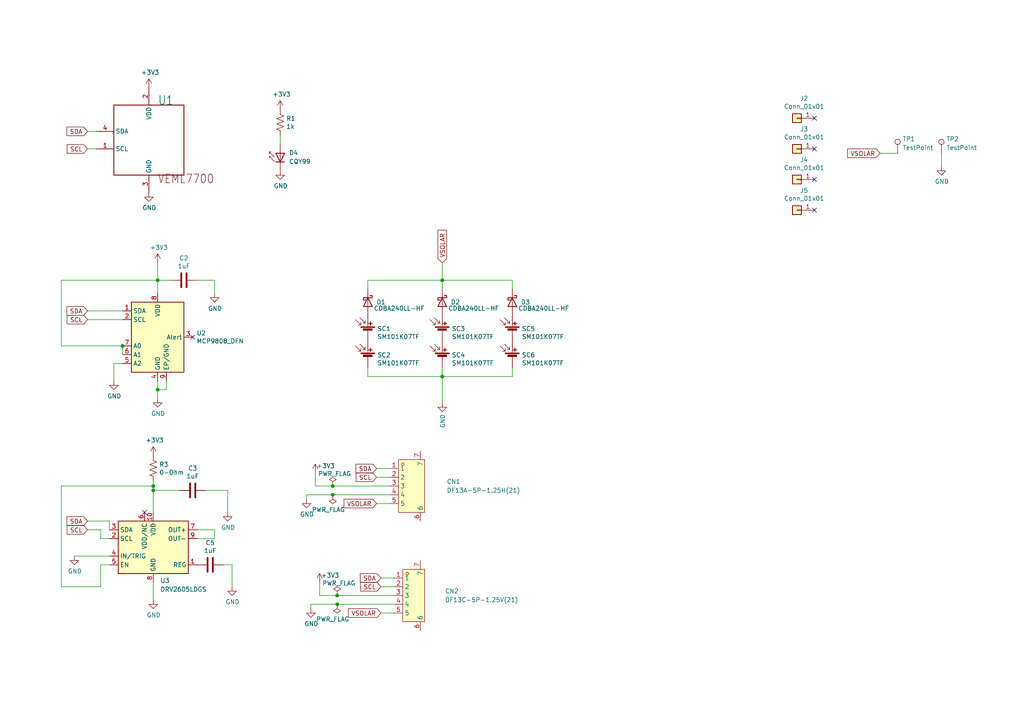
<source format=kicad_sch>
(kicad_sch (version 20250114) (generator "eeschema") (generator_version "9.0")
  (paper "A4")
  (title_block (title "XY Solar Panel Board") (date "2023-03-19") (rev "V3") (company "CPP BroncoSpace"))
  (lib_symbols
    (symbol "Adafruit VEML7700-eagle-import:VEML7700"
      (property "Reference" "IC" (at 2.54 10.16 0))
      (symbol "VEML7700_1_0"
        (polyline (pts (xy -10.16 10.16) (xy 10.16 10.16)) (stroke (width 0.254)))
        (polyline (pts (xy -10.16 -10.16) (xy -10.16 10.16)) (stroke (width 0.254)))
        (polyline (pts (xy 10.16 10.16) (xy 10.16 -10.16)) (stroke (width 0.254)))
        (polyline (pts (xy 10.16 -10.16) (xy -10.16 -10.16)) (stroke (width 0.254)))
        (text "VEML7700" (at 2.54 -12.7 0) (effects (font (size 2.54 2.159)) (justify left bottom)))
        (pin bidirectional line (at -15.24 2.54 0) (length 5.08) (name "SDA") (number "4"))
        (pin bidirectional line (at -15.24 -2.54 0) (length 5.08) (name "SCL") (number "1"))
        (pin power_in line (at 0 15.24 270) (length 5.08) (name "VDD") (number "2"))
        (pin power_in line (at 0 -15.24 90) (length 5.08) (name "GND") (number "3"))
      )
    )
    (symbol "Connector:TestPoint" (pin_numbers (hide yes)) (pin_names (offset 0.762) (hide yes))
      (property "Reference" "TP" (at 0 6.858 0))
      (property "Value" "TestPoint" (at 0 5.08 0))
      (symbol "TestPoint_0_1"
        (circle (center 0 3.302) (radius 0.762))
      )
      (symbol "TestPoint_1_1"
        (pin passive line (at 0 0 90) (length 2.54) (name "1") (number "1"))
      )
    )
    (symbol "Connector_Generic:Conn_01x01" (pin_names (offset 1.016) (hide yes))
      (property "Reference" "J" (at 0 2.54 0))
      (property "Value" "Conn_01x01" (at 0 -2.54 0))
      (symbol "Conn_01x01_1_1"
        (rectangle (start -1.27 1.27) (end 1.27 -1.27) (stroke (width 0.254)) (fill (type background)))
        (rectangle (start -1.27 0.127) (end 0 -0.127) (stroke (width 0.1524)))
        (pin passive line (at -5.08 0 0) (length 3.81) (name "Pin_1") (number "1"))
      )
    )
    (symbol "Device:C" (pin_numbers (hide yes)) (pin_names (offset 0.254))
      (property "Reference" "C" (at 0.635 2.54 0))
      (property "Value" "C" (at 0.635 -2.54 0))
      (symbol "C_0_1"
        (polyline (pts (xy -2.032 0.762) (xy 2.032 0.762)) (stroke (width 0.508)))
        (polyline (pts (xy -2.032 -0.762) (xy 2.032 -0.762)) (stroke (width 0.508)))
      )
      (symbol "C_1_1"
        (pin passive line (at 0 3.81 270) (length 2.794) (name "~") (number "1"))
        (pin passive line (at 0 -3.81 90) (length 2.794) (name "~") (number "2"))
      )
    )
    (symbol "Device:D_Schottky" (pin_numbers (hide yes)) (pin_names (offset 1.016) (hide yes))
      (property "Reference" "D" (at 0 2.54 0))
      (property "Value" "D_Schottky" (at 0 -2.54 0))
      (symbol "D_Schottky_0_1"
        (polyline (pts (xy -1.905 0.635) (xy -1.905 1.27) (xy -1.27 1.27) (xy -1.27 -1.27) (xy -0.635 -1.27) (xy -0.635 -0.635)) (stroke (width 0.254)))
        (polyline (pts (xy 1.27 1.27) (xy 1.27 -1.27) (xy -1.27 0) (xy 1.27 1.27)) (stroke (width 0.254)))
        (polyline (pts (xy 1.27 0) (xy -1.27 0)))
      )
      (symbol "D_Schottky_1_1"
        (pin passive line (at -3.81 0 0) (length 2.54) (name "K") (number "1"))
        (pin passive line (at 3.81 0 180) (length 2.54) (name "A") (number "2"))
      )
    )
    (symbol "Device:R_US" (pin_numbers (hide yes)) (pin_names (offset 0))
      (property "Reference" "R" (at 2.54 0 90))
      (property "Value" "R_US" (at -2.54 0 90))
      (symbol "R_US_0_1"
        (polyline (pts (xy 0 2.286) (xy 0 2.54)))
        (polyline (pts (xy 0 2.286) (xy 1.016 1.905) (xy 0 1.524) (xy -1.016 1.143) (xy 0 0.762)))
        (polyline (pts (xy 0 0.762) (xy 1.016 0.381) (xy 0 0) (xy -1.016 -0.381) (xy 0 -0.762)))
        (polyline (pts (xy 0 -0.762) (xy 1.016 -1.143) (xy 0 -1.524) (xy -1.016 -1.905) (xy 0 -2.286)))
        (polyline (pts (xy 0 -2.286) (xy 0 -2.54)))
      )
      (symbol "R_US_1_1"
        (pin passive line (at 0 3.81 270) (length 1.27) (name "~") (number "1"))
        (pin passive line (at 0 -3.81 90) (length 1.27) (name "~") (number "2"))
      )
    )
    (symbol "Device:Solar_Cell" (pin_numbers (hide yes)) (pin_names (offset 0) (hide yes))
      (property "Reference" "SC" (at 2.54 2.54 0))
      (property "Value" "Solar_Cell" (at 2.54 0 0))
      (symbol "Solar_Cell_0_1"
        (polyline (pts (xy -2.032 3.048) (xy -2.032 2.286) (xy -2.794 2.286)))
        (polyline (pts (xy -2.032 2.286) (xy -3.556 3.81)))
        (rectangle (start -2.032 1.778) (end 2.032 1.524) (fill (type outline)))
        (rectangle (start -1.3208 1.1938) (end 1.27 0.6858) (fill (type outline)))
        (polyline (pts (xy -0.762 3.556) (xy -0.762 2.794) (xy -1.524 2.794)))
        (polyline (pts (xy -0.762 2.794) (xy -2.286 4.318)))
        (polyline (pts (xy 0 1.778) (xy 0 2.54)))
        (polyline (pts (xy 0 0.762) (xy 0 0)))
        (polyline (pts (xy 0.254 2.667) (xy 1.27 2.667)) (stroke (width 0.254)))
        (polyline (pts (xy 0.762 3.175) (xy 0.762 2.159)) (stroke (width 0.254)))
      )
      (symbol "Solar_Cell_1_1"
        (pin passive line (at 0 5.08 270) (length 2.54) (name "+") (number "1"))
        (pin passive line (at 0 -2.54 90) (length 2.54) (name "-") (number "2"))
      )
    )
    (symbol "Driver_Haptic:DRV2605LDGS"
      (property "Reference" "U" (at -10.16 8.255 0))
      (property "Value" "DRV2605LDGS" (at 2.54 -8.89 0))
      (symbol "DRV2605LDGS_0_1"
        (rectangle (start -10.16 7.62) (end 10.16 -7.62) (stroke (width 0.254)) (fill (type background)))
      )
      (symbol "DRV2605LDGS_1_1"
        (pin bidirectional line (at -12.7 5.08 0) (length 2.54) (name "SDA") (number "3"))
        (pin input line (at -12.7 2.54 0) (length 2.54) (name "SCL") (number "2"))
        (pin input line (at -12.7 -2.54 0) (length 2.54) (name "IN/TRIG") (number "4"))
        (pin input line (at -12.7 -5.08 0) (length 2.54) (name "EN") (number "5"))
        (pin power_in line (at -2.54 10.16 270) (length 2.54) (name "VDD/NC") (number "6"))
        (pin power_in line (at 0 10.16 270) (length 2.54) (name "VDD") (number "10"))
        (pin power_in line (at 0 -10.16 90) (length 2.54) (name "GND") (number "8"))
        (pin output line (at 12.7 5.08 180) (length 2.54) (name "OUT+") (number "7"))
        (pin output line (at 12.7 2.54 180) (length 2.54) (name "OUT-") (number "9"))
        (pin passive line (at 12.7 -5.08 180) (length 2.54) (name "REG") (number "1"))
      )
    )
    (symbol "LED:CQY99" (pin_numbers (hide yes)) (pin_names (offset 1.016) (hide yes))
      (property "Reference" "D" (at 0.508 1.778 0))
      (property "Value" "CQY99" (at -1.016 -2.794 0))
      (symbol "CQY99_0_1"
        (polyline (pts (xy -2.54 1.27) (xy -2.54 -1.27)) (stroke (width 0.254)))
        (polyline (pts (xy -2.413 1.651) (xy -0.889 3.175) (xy -0.889 2.667) (xy -0.889 3.175) (xy -1.397 3.175)))
        (polyline (pts (xy -1.143 1.651) (xy 0.381 3.175) (xy 0.381 2.667)))
        (polyline (pts (xy 0 0) (xy -2.54 0)))
        (polyline (pts (xy 0 -1.27) (xy -2.54 0) (xy 0 1.27) (xy 0 -1.27)) (stroke (width 0.254)))
        (polyline (pts (xy 0.381 3.175) (xy -0.127 3.175)))
      )
      (symbol "CQY99_1_1"
        (pin passive line (at -5.08 0 0) (length 2.54) (name "K") (number "1"))
        (pin passive line (at 2.54 0 180) (length 2.54) (name "A") (number "2"))
      )
    )
    (symbol "Sensor_Temperature:MCP9808_DFN"
      (property "Reference" "U" (at -6.35 11.43 0))
      (property "Value" "MCP9808_DFN" (at 10.16 11.43 0))
      (symbol "MCP9808_DFN_0_1"
        (rectangle (start -7.62 10.16) (end 7.62 -10.16) (stroke (width 0.254)) (fill (type background)))
      )
      (symbol "MCP9808_DFN_1_1"
        (pin bidirectional line (at -10.16 7.62 0) (length 2.54) (name "SDA") (number "1"))
        (pin input line (at -10.16 5.08 0) (length 2.54) (name "SCL") (number "2"))
        (pin input line (at -10.16 -2.54 0) (length 2.54) (name "A0") (number "7"))
        (pin input line (at -10.16 -5.08 0) (length 2.54) (name "A1") (number "6"))
        (pin input line (at -10.16 -7.62 0) (length 2.54) (name "A2") (number "5"))
        (pin power_in line (at 0 12.7 270) (length 2.54) (name "VDD") (number "8"))
        (pin power_in line (at 0 -12.7 90) (length 2.54) (name "GND") (number "4"))
        (pin power_in line (at 2.54 -12.7 90) (length 2.54) (name "EP/GND") (number "9"))
        (pin output line (at 10.16 0 180) (length 2.54) (name "Alert") (number "3"))
      )
    )
    (symbol "easyeda2kicad:DF13A-5P-1.25H(21)"
      (property "Reference" "CN" (at 0 15.24 0))
      (property "Value" "DF13A-5P-1.25H(21)" (at 0 -15.24 0))
      (symbol "DF13A-5P-1.25H(21)_0_1"
        (rectangle (start -2.54 7.62) (end 5.08 -7.62) (fill (type background)))
        (circle (center -1.27 6.35) (radius 0.38))
        (pin unspecified line (at -5.08 5.08 0) (length 2.54) (name "1") (number "1"))
        (pin unspecified line (at -5.08 2.54 0) (length 2.54) (name "2") (number "2"))
        (pin unspecified line (at -5.08 0 0) (length 2.54) (name "3") (number "3"))
        (pin unspecified line (at -5.08 -2.54 0) (length 2.54) (name "4") (number "4"))
        (pin unspecified line (at -5.08 -5.08 0) (length 2.54) (name "5") (number "5"))
        (pin unspecified line (at 3.81 10.16 270) (length 2.54) (name "7") (number "7"))
        (pin unspecified line (at 3.81 -10.16 90) (length 2.54) (name "6") (number "6"))
      )
    )
    (symbol "easyeda2kicad:DF13C-5P-1.25V(21)"
      (property "Reference" "CN" (at 0 13.97 0))
      (property "Value" "DF13C-5P-1.25V(21)" (at 0 -16.51 0))
      (symbol "DF13C-5P-1.25V(21)_0_1"
        (rectangle (start -5.08 6.35) (end 1.27 -8.89) (fill (type background)))
        (circle (center -3.81 5.08) (radius 0.38))
        (pin unspecified line (at -7.62 3.81 0) (length 2.54) (name "1") (number "1"))
        (pin unspecified line (at -7.62 1.27 0) (length 2.54) (name "2") (number "2"))
        (pin unspecified line (at -7.62 -1.27 0) (length 2.54) (name "3") (number "3"))
        (pin unspecified line (at -7.62 -3.81 0) (length 2.54) (name "4") (number "4"))
        (pin unspecified line (at -7.62 -6.35 0) (length 2.54) (name "5") (number "5"))
        (pin unspecified line (at 0 8.89 270) (length 2.54) (name "7") (number "7"))
        (pin unspecified line (at 0 -11.43 90) (length 2.54) (name "6") (number "6"))
      )
    )
    (symbol "power:GND" (power) (pin_names (offset 0))
      (property "Value" "GND" (at 0 -3.81 0))
      (symbol "GND_0_1"
        (polyline (pts (xy 0 0) (xy 0 -1.27) (xy 1.27 -1.27) (xy 0 -2.54) (xy -1.27 -1.27) (xy 0 -1.27)))
      )
      (symbol "GND_1_1"
        (pin power_in line (at 0 0 270) (length 0) (hide yes) (name "GND") (number "1"))
      )
    )
    (symbol "power:PWR_FLAG" (power) (pin_numbers (hide yes)) (pin_names (offset 0) (hide yes))
      (property "Value" "PWR_FLAG" (at 0 3.81 0))
      (symbol "PWR_FLAG_0_0"
        (pin power_out line (at 0 0 90) (length 0) (name "pwr") (number "1"))
      )
      (symbol "PWR_FLAG_0_1"
        (polyline (pts (xy 0 0) (xy 0 1.27) (xy -1.016 1.905) (xy 0 2.54) (xy 1.016 1.905) (xy 0 1.27)))
      )
    )
    (symbol "solar-panel-NoCutout-rescue:+3.3V-power" (power) (pin_names (offset 0))
      (property "Value" "+3.3V-power" (at 0 3.556 0))
      (symbol "+3.3V-power_0_1"
        (polyline (pts (xy -0.762 1.27) (xy 0 2.54)))
        (polyline (pts (xy 0 2.54) (xy 0.762 1.27)))
        (polyline (pts (xy 0 0) (xy 0 2.54)))
      )
      (symbol "+3.3V-power_1_1"
        (pin power_in line (at 0 0 90) (length 0) (hide yes) (name "+3V3") (number "1"))
      )
    )
    (symbol "solar-panel-side-Z-rescue:+3.3V-power" (power) (pin_names (offset 0))
      (property "Value" "+3.3V-power" (at 0 3.556 0))
      (symbol "+3.3V-power_0_1"
        (polyline (pts (xy -0.762 1.27) (xy 0 2.54)))
        (polyline (pts (xy 0 2.54) (xy 0.762 1.27)))
        (polyline (pts (xy 0 0) (xy 0 2.54)))
      )
      (symbol "+3.3V-power_1_1"
        (pin power_in line (at 0 0 90) (length 0) (hide yes) (name "+3V3") (number "1"))
      )
    )
  )
  (junction (at 45.72 81.28))
  (junction (at 96.52 140.97))
  (junction (at 35.56 100.33))
  (junction (at 44.45 142.24))
  (junction (at 44.45 140.97))
  (junction (at 96.52 143.51))
  (junction (at 128.27 109.22))
  (junction (at 97.79 175.26))
  (junction (at 128.27 81.28))
  (junction (at 97.79 172.72))
  (junction (at 45.72 113.03))
  (no_connect (at 236.22 34.29))
  (no_connect (at 236.22 43.18))
  (no_connect (at 236.22 60.96))
  (no_connect (at 55.88 97.79))
  (no_connect (at 41.91 148.59))
  (no_connect (at 236.22 52.07))
  (wire (pts (xy 114.3 177.8) (xy 110.49 177.8)))
  (wire (pts (xy 29.21 156.21) (xy 31.75 156.21)))
  (wire (pts (xy 45.72 76.2) (xy 45.72 81.28)))
  (wire (pts (xy 45.72 81.28) (xy 49.53 81.28)))
  (wire (pts (xy 97.79 172.72) (xy 92.71 172.72)))
  (wire (pts (xy 57.15 156.21) (xy 62.23 156.21)))
  (wire (pts (xy 106.68 81.28) (xy 106.68 83.82)))
  (wire (pts (xy 25.4 153.67) (xy 29.21 153.67)))
  (wire (pts (xy 29.21 163.83) (xy 29.21 170.18)))
  (wire (pts (xy 35.56 105.41) (xy 33.02 105.41)))
  (wire (pts (xy 31.75 151.13) (xy 31.75 153.67)))
  (wire (pts (xy 113.03 143.51) (xy 96.52 143.51)))
  (wire (pts (xy 25.4 92.71) (xy 35.56 92.71)))
  (wire (pts (xy 106.68 109.22) (xy 106.68 106.68)))
  (wire (pts (xy 90.17 176.53) (xy 90.17 175.26)))
  (wire (pts (xy 96.52 140.97) (xy 91.44 140.97)))
  (wire (pts (xy 113.03 135.89) (xy 109.22 135.89)))
  (wire (pts (xy 260.35 44.45) (xy 255.27 44.45)))
  (wire (pts (xy 113.03 138.43) (xy 109.22 138.43)))
  (wire (pts (xy 35.56 100.33) (xy 17.78 100.33)))
  (wire (pts (xy 114.3 167.64) (xy 110.49 167.64)))
  (wire (pts (xy 27.94 38.1) (xy 25.4 38.1)))
  (wire (pts (xy 29.21 170.18) (xy 17.78 170.18)))
  (wire (pts (xy 29.21 163.83) (xy 31.75 163.83)))
  (wire (pts (xy 91.44 140.97) (xy 91.44 137.16)))
  (wire (pts (xy 59.69 142.24) (xy 66.04 142.24)))
  (wire (pts (xy 45.72 110.49) (xy 45.72 113.03)))
  (wire (pts (xy 25.4 90.17) (xy 35.56 90.17)))
  (wire (pts (xy 66.04 142.24) (xy 66.04 148.59)))
  (wire (pts (xy 128.27 81.28) (xy 148.59 81.28)))
  (wire (pts (xy 35.56 100.33) (xy 35.56 102.87)))
  (wire (pts (xy 44.45 142.24) (xy 52.07 142.24)))
  (wire (pts (xy 17.78 170.18) (xy 17.78 140.97)))
  (wire (pts (xy 57.15 81.28) (xy 62.23 81.28)))
  (wire (pts (xy 113.03 146.05) (xy 109.22 146.05)))
  (wire (pts (xy 64.77 163.83) (xy 67.31 163.83)))
  (wire (pts (xy 44.45 140.97) (xy 44.45 142.24)))
  (wire (pts (xy 48.26 113.03) (xy 45.72 113.03)))
  (wire (pts (xy 114.3 172.72) (xy 97.79 172.72)))
  (wire (pts (xy 81.28 41.91) (xy 81.28 39.37)))
  (wire (pts (xy 29.21 153.67) (xy 29.21 156.21)))
  (wire (pts (xy 106.68 81.28) (xy 128.27 81.28)))
  (wire (pts (xy 48.26 110.49) (xy 48.26 113.03)))
  (wire (pts (xy 62.23 156.21) (xy 62.23 153.67)))
  (wire (pts (xy 97.79 175.26) (xy 90.17 175.26)))
  (wire (pts (xy 62.23 81.28) (xy 62.23 85.09)))
  (wire (pts (xy 25.4 151.13) (xy 31.75 151.13)))
  (wire (pts (xy 45.72 113.03) (xy 45.72 115.57)))
  (wire (pts (xy 113.03 140.97) (xy 96.52 140.97)))
  (wire (pts (xy 128.27 109.22) (xy 148.59 109.22)))
  (wire (pts (xy 273.05 44.45) (xy 273.05 48.26)))
  (wire (pts (xy 128.27 83.82) (xy 128.27 81.28)))
  (wire (pts (xy 33.02 105.41) (xy 33.02 110.49)))
  (wire (pts (xy 67.31 163.83) (xy 67.31 170.18)))
  (wire (pts (xy 17.78 81.28) (xy 45.72 81.28)))
  (wire (pts (xy 148.59 83.82) (xy 148.59 81.28)))
  (wire (pts (xy 96.52 143.51) (xy 88.9 143.51)))
  (wire (pts (xy 88.9 144.78) (xy 88.9 143.51)))
  (wire (pts (xy 21.59 161.29) (xy 31.75 161.29)))
  (wire (pts (xy 106.68 109.22) (xy 128.27 109.22)))
  (wire (pts (xy 44.45 168.91) (xy 44.45 173.99)))
  (wire (pts (xy 44.45 142.24) (xy 44.45 148.59)))
  (wire (pts (xy 25.4 43.18) (xy 27.94 43.18)))
  (wire (pts (xy 114.3 170.18) (xy 110.49 170.18)))
  (wire (pts (xy 128.27 109.22) (xy 128.27 106.68)))
  (wire (pts (xy 92.71 172.72) (xy 92.71 168.91)))
  (wire (pts (xy 44.45 139.7) (xy 44.45 140.97)))
  (wire (pts (xy 45.72 81.28) (xy 45.72 85.09)))
  (wire (pts (xy 148.59 109.22) (xy 148.59 106.68)))
  (wire (pts (xy 17.78 140.97) (xy 44.45 140.97)))
  (wire (pts (xy 57.15 153.67) (xy 62.23 153.67)))
  (wire (pts (xy 128.27 81.28) (xy 128.27 76.2)))
  (wire (pts (xy 17.78 100.33) (xy 17.78 81.28)))
  (wire (pts (xy 128.27 116.84) (xy 128.27 109.22)))
  (wire (pts (xy 114.3 175.26) (xy 97.79 175.26)))
  (global_label "SDA" (shape input) (at 110.49 167.64 180) (property "Intersheetrefs" "${INTERSHEET_REFS}" (effects (hide yes))))
  (global_label "VSOLAR" (shape input) (at 128.27 76.2 90) (property "Intersheetrefs" "${INTERSHEET_REFS}" (effects (hide yes))))
  (global_label "SCL" (shape input) (at 25.4 153.67 180) (property "Intersheetrefs" "${INTERSHEET_REFS}" (effects (hide yes))))
  (global_label "VSOLAR" (shape input) (at 255.27 44.45 180) (property "Intersheetrefs" "${INTERSHEET_REFS}" (effects (hide yes))))
  (global_label "SDA" (shape input) (at 25.4 38.1 180) (property "Intersheetrefs" "${INTERSHEET_REFS}" (effects (hide yes))))
  (global_label "VSOLAR" (shape input) (at 109.22 146.05 180) (property "Intersheetrefs" "${INTERSHEET_REFS}" (effects (hide yes))))
  (global_label "SDA" (shape input) (at 25.4 151.13 180) (property "Intersheetrefs" "${INTERSHEET_REFS}" (effects (hide yes))))
  (global_label "SDA" (shape input) (at 109.22 135.89 180) (property "Intersheetrefs" "${INTERSHEET_REFS}" (effects (hide yes))))
  (global_label "SCL" (shape input) (at 25.4 92.71 180) (property "Intersheetrefs" "${INTERSHEET_REFS}" (effects (hide yes))))
  (global_label "SCL" (shape input) (at 109.22 138.43 180) (property "Intersheetrefs" "${INTERSHEET_REFS}" (effects (hide yes))))
  (global_label "SCL" (shape input) (at 25.4 43.18 180) (property "Intersheetrefs" "${INTERSHEET_REFS}" (effects (hide yes))))
  (global_label "VSOLAR" (shape input) (at 110.49 177.8 180) (property "Intersheetrefs" "${INTERSHEET_REFS}" (effects (hide yes))))
  (global_label "SDA" (shape input) (at 25.4 90.17 180) (property "Intersheetrefs" "${INTERSHEET_REFS}" (effects (hide yes))))
  (global_label "SCL" (shape input) (at 110.49 170.18 180) (property "Intersheetrefs" "${INTERSHEET_REFS}" (effects (hide yes))))
  (symbol (lib_id "Connector_Generic:Conn_01x01") (at 231.14 34.29 180) (unit 1)
    (property "Reference" "J2" (at 233.2228 28.575 0))
    (property "Value" "Conn_01x01" (at 233.2228 30.8864 0))
    (property "Footprint" "SolarPanelBoards:MountingHoles" (effects (hide yes)))
  )
  (symbol (lib_id "Connector_Generic:Conn_01x01") (at 231.14 43.18 180) (unit 1)
    (property "Reference" "J3" (at 233.2228 37.465 0))
    (property "Value" "Conn_01x01" (at 233.2228 39.7764 0))
    (property "Footprint" "SolarPanelBoards:MountingHoles" (effects (hide yes)))
  )
  (symbol (lib_id "Connector_Generic:Conn_01x01") (at 231.14 52.07 180) (unit 1)
    (property "Reference" "J4" (at 233.2228 46.355 0))
    (property "Value" "Conn_01x01" (at 233.2228 48.6664 0))
    (property "Footprint" "SolarPanelBoards:MountingHoles" (effects (hide yes)))
  )
  (symbol (lib_id "Connector_Generic:Conn_01x01") (at 231.14 60.96 180) (unit 1)
    (property "Reference" "J5" (at 233.2228 55.245 0))
    (property "Value" "Conn_01x01" (at 233.2228 57.5564 0))
    (property "Footprint" "SolarPanelBoards:MountingHoles" (effects (hide yes)))
  )
  (symbol (lib_id "power:GND") (at 88.9 144.78 0) (unit 1)
    (property "Reference" "#PWR0109" (effects (hide yes)))
    (property "Value" "GND" (at 89.027 149.1742 0))
  )
  (symbol (lib_id "power:GND") (at 81.28 49.53 0) (unit 1)
    (property "Reference" "#PWR0107" (effects (hide yes)))
    (property "Value" "GND" (at 81.407 53.9242 0))
  )
  (symbol (lib_id "power:GND") (at 67.31 170.18 0) (unit 1)
    (property "Reference" "#PWR0117" (effects (hide yes)))
    (property "Value" "GND" (at 67.437 174.5742 0))
  )
  (symbol (lib_id "Device:Solar_Cell") (at 128.27 104.14 0) (unit 1)
    (property "Reference" "SC4" (at 131.0132 102.9716 0) (effects (justify left)))
    (property "Value" "SM101K07TF" (at 131.0132 105.283 0) (effects (justify left)))
    (property "Footprint" "SolarPanelBoards:KXOB101K08F-TR" (effects (hide yes)))
  )
  (symbol (lib_id "power:GND") (at 45.72 115.57 0) (unit 1)
    (property "Reference" "#PWR0116" (effects (hide yes)))
    (property "Value" "GND" (at 45.847 119.9642 0))
  )
  (symbol (lib_id "power:PWR_FLAG") (at 96.52 140.97 0) (unit 1)
    (property "Reference" "#FLG0105" (effects (hide yes)))
    (property "Value" "PWR_FLAG" (at 97.028 137.414 0))
  )
  (symbol (lib_id "solar-panel-side-Z-rescue:+3.3V-power") (at 44.45 132.08 0) (unit 1)
    (property "Reference" "#PWR0115" (effects (hide yes)))
    (property "Value" "+3V3" (at 44.831 127.6858 0))
  )
  (symbol (lib_id "Driver_Haptic:DRV2605LDGS") (at 44.45 158.75 0) (unit 1)
    (property "Reference" "U3" (at 46.4694 168.4004 0) (effects (justify left)))
    (property "Value" "DRV2605LDGS" (at 46.4694 170.9373 0) (effects (justify left)))
    (property "Footprint" "Package_SO:VSSOP-10_3x3mm_P0.5mm" (effects (hide yes)))
    (property "Datasheet" "http://www.ti.com/lit/ds/symlink/drv2605l.pdf" (effects (hide yes)))
  )
  (symbol (lib_id "solar-panel-NoCutout-rescue:+3.3V-power") (at 91.44 137.16 0) (unit 1)
    (property "Reference" "#PWR0122" (effects (hide yes)))
    (property "Value" "+3V3" (at 94.488 135.128 0))
  )
  (symbol (lib_id "Device:Solar_Cell") (at 106.68 104.14 0) (unit 1)
    (property "Reference" "SC2" (at 109.4232 102.9716 0) (effects (justify left)))
    (property "Value" "SM101K07TF" (at 109.4232 105.283 0) (effects (justify left)))
    (property "Footprint" "SolarPanelBoards:KXOB101K08F-TR" (effects (hide yes)))
  )
  (symbol (lib_id "power:GND") (at 90.17 176.53 0) (unit 1)
    (property "Reference" "#PWR0110" (effects (hide yes)))
    (property "Value" "GND" (at 90.297 180.9242 0))
  )
  (symbol (lib_id "solar-panel-side-Z-rescue:+3.3V-power") (at 43.18 25.4 0) (unit 1)
    (property "Reference" "#PWR0101" (effects (hide yes)))
    (property "Value" "+3V3" (at 43.561 21.0058 0))
  )
  (symbol (lib_id "Device:D_Schottky") (at 148.59 87.63 270) (unit 1)
    (property "Reference" "D3" (at 152.4 87.63 90))
    (property "Value" "CDBA240LL-HF" (at 165.1 90.17 90) (effects (justify right bottom)))
    (property "Footprint" "SolarPanelBoards:DO-214AC" (effects (hide yes)))
  )
  (symbol (lib_id "solar-panel-side-Z-rescue:+3.3V-power") (at 45.72 76.2 0) (unit 1)
    (property "Reference" "#PWR0105" (effects (hide yes)))
    (property "Value" "+3V3" (at 46.101 71.8058 0))
  )
  (symbol (lib_id "Connector:TestPoint") (at 260.35 44.45 0) (unit 1)
    (property "Reference" "TP1" (at 261.747 40.3133 0) (effects (justify left)))
    (property "Value" "TestPoint" (at 261.747 42.8502 0) (effects (justify left)))
    (property "Footprint" "SolarPanelBoards:Test Pad" (effects (hide yes)))
  )
  (symbol (lib_id "power:PWR_FLAG") (at 97.79 175.26 180) (unit 1)
    (property "Reference" "#FLG0108" (effects (hide yes)))
    (property "Value" "PWR_FLAG" (at 96.52 179.578 0))
  )
  (symbol (lib_id "power:GND") (at 66.04 148.59 0) (unit 1)
    (property "Reference" "#PWR0118" (effects (hide yes)))
    (property "Value" "GND" (at 66.167 152.9842 0))
  )
  (symbol (lib_id "Connector:TestPoint") (at 273.05 44.45 0) (unit 1)
    (property "Reference" "TP2" (at 274.447 40.3133 0) (effects (justify left)))
    (property "Value" "TestPoint" (at 274.447 42.8502 0) (effects (justify left)))
    (property "Footprint" "SolarPanelBoards:Test Pad" (effects (hide yes)))
  )
  (symbol (lib_id "Device:C") (at 55.88 142.24 90) (unit 1)
    (property "Reference" "C3" (at 55.88 135.8392 90))
    (property "Value" "1uF" (at 55.88 138.1506 90))
    (property "Footprint" "Capacitor_SMD:C_0805_2012Metric" (effects (hide yes)))
  )
  (symbol (lib_id "Device:C") (at 53.34 81.28 90) (unit 1)
    (property "Reference" "C2" (at 53.34 74.8792 90))
    (property "Value" "1uF" (at 53.34 77.1906 90))
    (property "Footprint" "Capacitor_SMD:C_0805_2012Metric" (effects (hide yes)))
  )
  (symbol (lib_id "LED:CQY99") (at 81.28 44.45 90) (unit 1)
    (property "Reference" "D4" (at 83.82 44.3229 90) (effects (justify right)))
    (property "Value" "CQY99" (at 83.82 46.8629 90) (effects (justify right)))
    (property "Footprint" "LED_SMD:LED_0603_1608Metric" (effects (hide yes)))
    (property "Datasheet" "https://www.prtice.info/IMG/pdf/CQY99.pdf" (effects (hide yes)))
  )
  (symbol (lib_id "Adafruit VEML7700-eagle-import:VEML7700") (at 43.18 40.64 0) (unit 1)
    (property "Reference" "U1" (at 45.72 30.48 0) (effects (font (size 2.54 2.159)) (justify left bottom)))
    (property "Value" "VEML7700" (effects (hide yes)))
    (property "Footprint" "VEML7700-TT:XDCR_VEML7700-TT" (effects (hide yes)))
  )
  (symbol (lib_id "power:GND") (at 128.27 116.84 0) (unit 1)
    (property "Reference" "#PWR0121" (effects (hide yes)))
    (property "Value" "GND" (at 128.397 120.0912 90) (effects (justify right)))
  )
  (symbol (lib_id "power:GND") (at 21.59 161.29 0) (unit 1)
    (property "Reference" "#PWR0114" (effects (hide yes)))
    (property "Value" "GND" (at 21.717 165.6842 0))
  )
  (symbol (lib_id "easyeda2kicad:DF13A-5P-1.25H(21)") (at 118.11 140.97 0) (unit 1)
    (property "Reference" "CN1" (at 129.54 139.7 0) (effects (justify left)))
    (property "Value" "DF13A-5P-1.25H(21)" (at 129.54 142.24 0) (effects (justify left)))
    (property "Footprint" "Connector_Hirose:Hirose_DF11-6DP-2DSA_2x03_P2.00mm_Vertical" (effects (hide yes)))
    (property "LCSC Part" "C2833085" (effects (hide yes)))
  )
  (symbol (lib_id "Device:C") (at 60.96 163.83 90) (unit 1)
    (property "Reference" "C5" (at 60.96 157.4292 90))
    (property "Value" "1uF" (at 60.96 159.7406 90))
    (property "Footprint" "Capacitor_SMD:C_0805_2012Metric" (effects (hide yes)))
  )
  (symbol (lib_id "Device:R_US") (at 44.45 135.89 0) (unit 1)
    (property "Reference" "R3" (at 46.1772 134.7216 0) (effects (justify left)))
    (property "Value" "0-Ohm" (at 46.1772 137.033 0) (effects (justify left)))
    (property "Footprint" "Resistor_SMD:R_0603_1608Metric" (effects (hide yes)))
  )
  (symbol (lib_id "power:GND") (at 44.45 173.99 0) (unit 1)
    (property "Reference" "#PWR0119" (effects (hide yes)))
    (property "Value" "GND" (at 44.577 178.3842 0))
  )
  (symbol (lib_id "power:PWR_FLAG") (at 96.52 143.51 180) (unit 1)
    (property "Reference" "#FLG0106" (effects (hide yes)))
    (property "Value" "PWR_FLAG" (at 95.25 147.828 0))
  )
  (symbol (lib_id "Device:D_Schottky") (at 106.68 87.63 270) (unit 1)
    (property "Reference" "D1" (at 110.49 87.63 90))
    (property "Value" "CDBA240LL-HF" (at 123.19 90.17 90) (effects (justify right bottom)))
    (property "Footprint" "SolarPanelBoards:DO-214AC" (effects (hide yes)))
  )
  (symbol (lib_id "power:GND") (at 43.18 55.88 0) (unit 1)
    (property "Reference" "#PWR0103" (effects (hide yes)))
    (property "Value" "GND" (at 43.307 60.2742 0))
  )
  (symbol (lib_id "solar-panel-side-Z-rescue:+3.3V-power") (at 81.28 31.75 0) (unit 1)
    (property "Reference" "#PWR0106" (effects (hide yes)))
    (property "Value" "+3V3" (at 81.661 27.3558 0))
  )
  (symbol (lib_id "Device:R_US") (at 81.28 35.56 0) (unit 1)
    (property "Reference" "R1" (at 83.0072 34.3916 0) (effects (justify left)))
    (property "Value" "1k" (at 83.0072 36.703 0) (effects (justify left)))
    (property "Footprint" "Resistor_SMD:R_0603_1608Metric" (effects (hide yes)))
  )
  (symbol (lib_id "power:GND") (at 62.23 85.09 0) (unit 1)
    (property "Reference" "#PWR0104" (effects (hide yes)))
    (property "Value" "GND" (at 62.357 89.4842 0))
  )
  (symbol (lib_id "Sensor_Temperature:MCP9808_DFN") (at 45.72 97.79 0) (unit 1)
    (property "Reference" "U2" (at 56.9976 96.6216 0) (effects (justify left)))
    (property "Value" "MCP9808_DFN" (at 56.9976 98.933 0) (effects (justify left)))
    (property "Footprint" "Package_SO:MSOP-8-1EP_3x3mm_P0.65mm_EP1.5x1.8mm_ThermalVias" (effects (hide yes)))
    (property "Datasheet" "http://ww1.microchip.com/downloads/en/DeviceDoc/MCP9808-0.5C-Maximum-Accuracy-Digital-Temperature-Sensor-Data-Sheet-DS20005095B.pdf" (effects (hide yes)))
  )
  (symbol (lib_id "power:GND") (at 33.02 110.49 0) (unit 1)
    (property "Reference" "#PWR0112" (effects (hide yes)))
    (property "Value" "GND" (at 33.147 114.8842 0))
  )
  (symbol (lib_id "Device:Solar_Cell") (at 148.59 96.52 0) (unit 1)
    (property "Reference" "SC5" (at 151.3332 95.3516 0) (effects (justify left)))
    (property "Value" "SM101K07TF" (at 151.3332 97.663 0) (effects (justify left)))
    (property "Footprint" "SolarPanelBoards:KXOB101K08F-TR" (effects (hide yes)))
  )
  (symbol (lib_id "solar-panel-NoCutout-rescue:+3.3V-power") (at 92.71 168.91 0) (unit 1)
    (property "Reference" "#PWR0123" (effects (hide yes)))
    (property "Value" "+3V3" (at 95.758 166.878 0))
  )
  (symbol (lib_id "power:PWR_FLAG") (at 97.79 172.72 0) (unit 1)
    (property "Reference" "#FLG0107" (effects (hide yes)))
    (property "Value" "PWR_FLAG" (at 98.298 169.164 0))
  )
  (symbol (lib_id "easyeda2kicad:DF13C-5P-1.25V(21)") (at 121.92 171.45 0) (unit 1)
    (property "Reference" "CN2" (at 129.032 171.45 0) (effects (justify left)))
    (property "Value" "DF13C-5P-1.25V(21)" (at 129.032 173.99 0) (effects (justify left)))
    (property "Footprint" "Connector_Hirose:Hirose_DF11-6DP-2DSA_2x03_P2.00mm_Vertical" (effects (hide yes)))
    (property "LCSC Part" "C116889" (effects (hide yes)))
  )
  (symbol (lib_id "Device:Solar_Cell") (at 106.68 96.52 0) (unit 1)
    (property "Reference" "SC1" (at 109.4232 95.3516 0) (effects (justify left)))
    (property "Value" "SM101K07TF" (at 109.4232 97.663 0) (effects (justify left)))
    (property "Footprint" "SolarPanelBoards:KXOB101K08F-TR" (effects (hide yes)))
  )
  (symbol (lib_id "Device:Solar_Cell") (at 148.59 104.14 0) (unit 1)
    (property "Reference" "SC6" (at 151.3332 102.9716 0) (effects (justify left)))
    (property "Value" "SM101K07TF" (at 151.3332 105.283 0) (effects (justify left)))
    (property "Footprint" "SolarPanelBoards:KXOB101K08F-TR" (effects (hide yes)))
  )
  (symbol (lib_id "Device:Solar_Cell") (at 128.27 96.52 0) (unit 1)
    (property "Reference" "SC3" (at 131.0132 95.3516 0) (effects (justify left)))
    (property "Value" "SM101K07TF" (at 131.0132 97.663 0) (effects (justify left)))
    (property "Footprint" "SolarPanelBoards:KXOB101K08F-TR" (effects (hide yes)))
  )
  (symbol (lib_id "power:GND") (at 273.05 48.26 0) (unit 1)
    (property "Reference" "#PWR0120" (effects (hide yes)))
    (property "Value" "GND" (at 273.177 52.6542 0))
  )
  (symbol (lib_id "Device:D_Schottky") (at 128.27 87.63 270) (unit 1)
    (property "Reference" "D2" (at 132.08 87.63 90))
    (property "Value" "CDBA240LL-HF" (at 144.78 90.17 90) (effects (justify right bottom)))
    (property "Footprint" "SolarPanelBoards:DO-214AC" (effects (hide yes)))
  )
)
</source>
